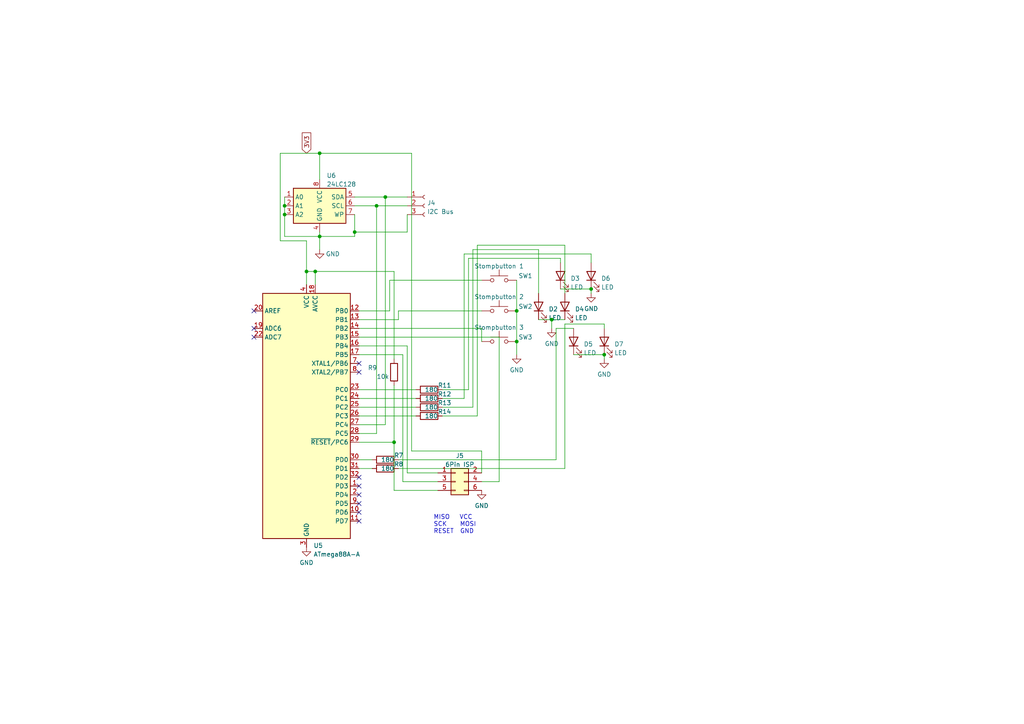
<source format=kicad_sch>
(kicad_sch (version 20230121) (generator eeschema)
  (paper "A4")
  (lib_symbols
    (symbol "Connector:Conn_01x03_Female" (pin_names (offset 1.016) hide)
      (property "Reference" "J" (at 0 5.08 0))
      (property "Value" "Conn_01x03_Female" (at 0 -5.08 0))
      (symbol "Conn_01x03_Female_1_1"
        (arc (start 0 -2.032) (mid -0.5058 -2.54) (end 0 -3.048) (stroke (width 0.1524)))
        (polyline (pts (xy -1.27 -2.54) (xy -0.508 -2.54)) (stroke (width 0.1524)))
        (polyline (pts (xy -1.27 0) (xy -0.508 0)) (stroke (width 0.1524)))
        (polyline (pts (xy -1.27 2.54) (xy -0.508 2.54)) (stroke (width 0.1524)))
        (arc (start 0 0.508) (mid -0.5058 0) (end 0 -0.508) (stroke (width 0.1524)))
        (arc (start 0 3.048) (mid -0.5058 2.54) (end 0 2.032) (stroke (width 0.1524)))
        (pin passive line (at -5.08 2.54 0) (length 3.81) (name "Pin_1") (number "1"))
        (pin passive line (at -5.08 0 0) (length 3.81) (name "Pin_2") (number "2"))
        (pin passive line (at -5.08 -2.54 0) (length 3.81) (name "Pin_3") (number "3"))
      )
    )
    (symbol "Connector_Generic:Conn_02x03_Odd_Even" (pin_names (offset 1.016) hide)
      (property "Reference" "J" (at 1.27 5.08 0))
      (property "Value" "Conn_02x03_Odd_Even" (at 1.27 -5.08 0))
      (symbol "Conn_02x03_Odd_Even_1_1"
        (rectangle (start -1.27 -2.413) (end 0 -2.667) (stroke (width 0.1524)))
        (rectangle (start -1.27 0.127) (end 0 -0.127) (stroke (width 0.1524)))
        (rectangle (start -1.27 2.667) (end 0 2.413) (stroke (width 0.1524)))
        (rectangle (start -1.27 3.81) (end 3.81 -3.81) (stroke (width 0.254)) (fill (type background)))
        (rectangle (start 3.81 -2.413) (end 2.54 -2.667) (stroke (width 0.1524)))
        (rectangle (start 3.81 0.127) (end 2.54 -0.127) (stroke (width 0.1524)))
        (rectangle (start 3.81 2.667) (end 2.54 2.413) (stroke (width 0.1524)))
        (pin passive line (at -5.08 2.54 0) (length 3.81) (name "Pin_1") (number "1"))
        (pin passive line (at 7.62 2.54 180) (length 3.81) (name "Pin_2") (number "2"))
        (pin passive line (at -5.08 0 0) (length 3.81) (name "Pin_3") (number "3"))
        (pin passive line (at 7.62 0 180) (length 3.81) (name "Pin_4") (number "4"))
        (pin passive line (at -5.08 -2.54 0) (length 3.81) (name "Pin_5") (number "5"))
        (pin passive line (at 7.62 -2.54 180) (length 3.81) (name "Pin_6") (number "6"))
      )
    )
    (symbol "Device:LED" (pin_numbers hide) (pin_names (offset 1.016) hide)
      (property "Reference" "D" (at 0 2.54 0))
      (property "Value" "LED" (at 0 -2.54 0))
      (symbol "LED_0_1"
        (polyline (pts (xy -1.27 -1.27) (xy -1.27 1.27)) (stroke (width 0.254)))
        (polyline (pts (xy -1.27 0) (xy 1.27 0)))
        (polyline (pts (xy 1.27 -1.27) (xy 1.27 1.27) (xy -1.27 0) (xy 1.27 -1.27)) (stroke (width 0.254)))
        (polyline (pts (xy -3.048 -0.762) (xy -4.572 -2.286) (xy -3.81 -2.286) (xy -4.572 -2.286) (xy -4.572 -1.524)))
        (polyline (pts (xy -1.778 -0.762) (xy -3.302 -2.286) (xy -2.54 -2.286) (xy -3.302 -2.286) (xy -3.302 -1.524)))
      )
      (symbol "LED_1_1"
        (pin passive line (at -3.81 0 0) (length 2.54) (name "K") (number "1"))
        (pin passive line (at 3.81 0 180) (length 2.54) (name "A") (number "2"))
      )
    )
    (symbol "Device:R" (pin_numbers hide) (pin_names (offset 0))
      (property "Reference" "R" (at 2.032 0 90))
      (property "Value" "R" (at 0 0 90))
      (symbol "R_0_1"
        (rectangle (start -1.016 -2.54) (end 1.016 2.54) (stroke (width 0.254)))
      )
      (symbol "R_1_1"
        (pin passive line (at 0 3.81 270) (length 1.27) (name "~") (number "1"))
        (pin passive line (at 0 -3.81 90) (length 1.27) (name "~") (number "2"))
      )
    )
    (symbol "MCU_Microchip_ATmega:ATmega88A-A"
      (property "Reference" "U" (at -12.7 36.83 0))
      (property "Value" "ATmega88A-A" (at 2.54 -36.83 0))
      (symbol "ATmega88A-A_0_1"
        (rectangle (start -12.7 -35.56) (end 12.7 35.56) (stroke (width 0.254)) (fill (type background)))
      )
      (symbol "ATmega88A-A_1_1"
        (pin bidirectional line (at 15.24 -20.32 180) (length 2.54) (name "PD3") (number "1"))
        (pin bidirectional line (at 15.24 -27.94 180) (length 2.54) (name "PD6") (number "10"))
        (pin bidirectional line (at 15.24 -30.48 180) (length 2.54) (name "PD7") (number "11"))
        (pin bidirectional line (at 15.24 30.48 180) (length 2.54) (name "PB0") (number "12"))
        (pin bidirectional line (at 15.24 27.94 180) (length 2.54) (name "PB1") (number "13"))
        (pin bidirectional line (at 15.24 25.4 180) (length 2.54) (name "PB2") (number "14"))
        (pin bidirectional line (at 15.24 22.86 180) (length 2.54) (name "PB3") (number "15"))
        (pin bidirectional line (at 15.24 20.32 180) (length 2.54) (name "PB4") (number "16"))
        (pin bidirectional line (at 15.24 17.78 180) (length 2.54) (name "PB5") (number "17"))
        (pin power_in line (at 2.54 38.1 270) (length 2.54) (name "AVCC") (number "18"))
        (pin input line (at -15.24 25.4 0) (length 2.54) (name "ADC6") (number "19"))
        (pin bidirectional line (at 15.24 -22.86 180) (length 2.54) (name "PD4") (number "2"))
        (pin passive line (at -15.24 30.48 0) (length 2.54) (name "AREF") (number "20"))
        (pin passive line (at 0 -38.1 90) (length 2.54) hide (name "GND") (number "21"))
        (pin input line (at -15.24 22.86 0) (length 2.54) (name "ADC7") (number "22"))
        (pin bidirectional line (at 15.24 7.62 180) (length 2.54) (name "PC0") (number "23"))
        (pin bidirectional line (at 15.24 5.08 180) (length 2.54) (name "PC1") (number "24"))
        (pin bidirectional line (at 15.24 2.54 180) (length 2.54) (name "PC2") (number "25"))
        (pin bidirectional line (at 15.24 0 180) (length 2.54) (name "PC3") (number "26"))
        (pin bidirectional line (at 15.24 -2.54 180) (length 2.54) (name "PC4") (number "27"))
        (pin bidirectional line (at 15.24 -5.08 180) (length 2.54) (name "PC5") (number "28"))
        (pin bidirectional line (at 15.24 -7.62 180) (length 2.54) (name "~{RESET}/PC6") (number "29"))
        (pin power_in line (at 0 -38.1 90) (length 2.54) (name "GND") (number "3"))
        (pin bidirectional line (at 15.24 -12.7 180) (length 2.54) (name "PD0") (number "30"))
        (pin bidirectional line (at 15.24 -15.24 180) (length 2.54) (name "PD1") (number "31"))
        (pin bidirectional line (at 15.24 -17.78 180) (length 2.54) (name "PD2") (number "32"))
        (pin power_in line (at 0 38.1 270) (length 2.54) (name "VCC") (number "4"))
        (pin passive line (at 0 -38.1 90) (length 2.54) hide (name "GND") (number "5"))
        (pin passive line (at 0 38.1 270) (length 2.54) hide (name "VCC") (number "6"))
        (pin bidirectional line (at 15.24 15.24 180) (length 2.54) (name "XTAL1/PB6") (number "7"))
        (pin bidirectional line (at 15.24 12.7 180) (length 2.54) (name "XTAL2/PB7") (number "8"))
        (pin bidirectional line (at 15.24 -25.4 180) (length 2.54) (name "PD5") (number "9"))
      )
    )
    (symbol "Memory_EEPROM:24LC128"
      (property "Reference" "U" (at -6.35 6.35 0))
      (property "Value" "24LC128" (at 1.27 6.35 0))
      (symbol "24LC128_1_1"
        (rectangle (start -7.62 5.08) (end 7.62 -5.08) (stroke (width 0.254)) (fill (type background)))
        (pin input line (at -10.16 2.54 0) (length 2.54) (name "A0") (number "1"))
        (pin input line (at -10.16 0 0) (length 2.54) (name "A1") (number "2"))
        (pin input line (at -10.16 -2.54 0) (length 2.54) (name "A2") (number "3"))
        (pin power_in line (at 0 -7.62 90) (length 2.54) (name "GND") (number "4"))
        (pin bidirectional line (at 10.16 2.54 180) (length 2.54) (name "SDA") (number "5"))
        (pin input line (at 10.16 0 180) (length 2.54) (name "SCL") (number "6"))
        (pin input line (at 10.16 -2.54 180) (length 2.54) (name "WP") (number "7"))
        (pin power_in line (at 0 7.62 270) (length 2.54) (name "VCC") (number "8"))
      )
    )
    (symbol "Switch:SW_Push" (pin_numbers hide) (pin_names (offset 1.016) hide)
      (property "Reference" "SW" (at 1.27 2.54 0))
      (property "Value" "SW_Push" (at 0 -1.524 0))
      (symbol "SW_Push_0_1"
        (circle (center -2.032 0) (radius 0.508))
        (polyline (pts (xy 0 1.27) (xy 0 3.048)))
        (polyline (pts (xy 2.54 1.27) (xy -2.54 1.27)))
        (circle (center 2.032 0) (radius 0.508))
        (pin passive line (at -5.08 0 0) (length 2.54) (name "1") (number "1"))
        (pin passive line (at 5.08 0 180) (length 2.54) (name "2") (number "2"))
      )
    )
    (symbol "power:GND" (power) (pin_names (offset 0))
      (property "Value" "GND" (at 0 -3.81 0))
      (symbol "GND_0_1"
        (polyline (pts (xy 0 0) (xy 0 -1.27) (xy 1.27 -1.27) (xy 0 -2.54) (xy -1.27 -1.27) (xy 0 -1.27)))
      )
      (symbol "GND_1_1"
        (pin power_in line (at 0 0 270) (length 0) hide (name "GND") (number "1"))
      )
    )
  )
  (junction (at 82.55 59.69))
  (junction (at 114.3 128.27))
  (junction (at 82.55 62.23))
  (junction (at 149.86 99.06))
  (junction (at 88.9 78.74))
  (junction (at 175.26 102.87))
  (junction (at 92.71 68.58))
  (junction (at 149.86 90.17))
  (junction (at 111.76 57.15))
  (junction (at 91.44 78.74))
  (junction (at 102.87 67.31))
  (junction (at 109.22 59.69))
  (junction (at 92.71 44.45))
  (junction (at 160.02 92.71))
  (junction (at 171.45 83.82))
  (no_connect (at 104.14 105.41))
  (no_connect (at 73.66 97.79))
  (no_connect (at 73.66 95.25))
  (no_connect (at 104.14 143.51))
  (no_connect (at 104.14 148.59))
  (no_connect (at 104.14 151.13))
  (no_connect (at 104.14 138.43))
  (no_connect (at 104.14 107.95))
  (no_connect (at 104.14 140.97))
  (no_connect (at 104.14 146.05))
  (no_connect (at 73.66 90.17))
  (wire (pts (xy 104.14 120.65) (xy 120.65 120.65)))
  (wire (pts (xy 104.14 97.79) (xy 144.78 97.79)))
  (wire (pts (xy 144.78 139.7) (xy 139.7 139.7)))
  (wire (pts (xy 102.87 67.31) (xy 118.11 67.31)))
  (wire (pts (xy 138.43 71.12) (xy 138.43 120.65)))
  (wire (pts (xy 92.71 68.58) (xy 92.71 67.31)))
  (wire (pts (xy 111.76 123.19) (xy 111.76 57.15)))
  (wire (pts (xy 135.89 113.03) (xy 135.89 74.93)))
  (wire (pts (xy 81.28 69.85) (xy 81.28 44.45)))
  (wire (pts (xy 104.14 113.03) (xy 120.65 113.03)))
  (wire (pts (xy 102.87 68.58) (xy 92.71 68.58)))
  (wire (pts (xy 135.89 74.93) (xy 162.56 74.93)))
  (wire (pts (xy 160.02 92.71) (xy 163.83 92.71)))
  (wire (pts (xy 139.7 95.25) (xy 139.7 99.06)))
  (wire (pts (xy 114.3 128.27) (xy 114.3 111.76)))
  (wire (pts (xy 134.62 73.66) (xy 171.45 73.66)))
  (wire (pts (xy 127 142.24) (xy 114.3 142.24)))
  (wire (pts (xy 111.76 57.15) (xy 118.11 57.15)))
  (wire (pts (xy 109.22 59.69) (xy 118.11 59.69)))
  (wire (pts (xy 88.9 82.55) (xy 88.9 78.74)))
  (wire (pts (xy 88.9 78.74) (xy 88.9 69.85)))
  (wire (pts (xy 161.29 95.25) (xy 166.37 95.25)))
  (wire (pts (xy 116.84 139.7) (xy 127 139.7)))
  (wire (pts (xy 113.03 90.17) (xy 113.03 81.28)))
  (wire (pts (xy 92.71 44.45) (xy 92.71 52.07)))
  (wire (pts (xy 104.14 102.87) (xy 116.84 102.87)))
  (wire (pts (xy 118.11 100.33) (xy 118.11 137.16)))
  (wire (pts (xy 104.14 135.89) (xy 107.95 135.89)))
  (wire (pts (xy 139.7 137.16) (xy 139.7 130.81)))
  (wire (pts (xy 82.55 59.69) (xy 82.55 62.23)))
  (wire (pts (xy 118.11 137.16) (xy 127 137.16)))
  (wire (pts (xy 139.7 130.81) (xy 119.38 130.81)))
  (wire (pts (xy 116.84 102.87) (xy 116.84 139.7)))
  (wire (pts (xy 175.26 93.98) (xy 163.83 93.98)))
  (wire (pts (xy 115.57 90.17) (xy 139.7 90.17)))
  (wire (pts (xy 91.44 78.74) (xy 114.3 78.74)))
  (wire (pts (xy 115.57 133.35) (xy 161.29 133.35)))
  (wire (pts (xy 128.27 118.11) (xy 137.16 118.11)))
  (wire (pts (xy 149.86 102.87) (xy 149.86 99.06)))
  (wire (pts (xy 104.14 90.17) (xy 113.03 90.17)))
  (wire (pts (xy 118.11 67.31) (xy 118.11 62.23)))
  (wire (pts (xy 166.37 102.87) (xy 175.26 102.87)))
  (wire (pts (xy 163.83 93.98) (xy 163.83 135.89)))
  (wire (pts (xy 109.22 125.73) (xy 109.22 59.69)))
  (wire (pts (xy 91.44 78.74) (xy 88.9 78.74)))
  (wire (pts (xy 175.26 95.25) (xy 175.26 93.98)))
  (wire (pts (xy 113.03 81.28) (xy 139.7 81.28)))
  (wire (pts (xy 162.56 74.93) (xy 162.56 76.2)))
  (wire (pts (xy 175.26 102.87) (xy 175.26 104.14)))
  (wire (pts (xy 82.55 68.58) (xy 82.55 62.23)))
  (wire (pts (xy 138.43 120.65) (xy 128.27 120.65)))
  (wire (pts (xy 144.78 97.79) (xy 144.78 139.7)))
  (wire (pts (xy 115.57 92.71) (xy 115.57 90.17)))
  (wire (pts (xy 128.27 115.57) (xy 134.62 115.57)))
  (wire (pts (xy 102.87 68.58) (xy 102.87 67.31)))
  (wire (pts (xy 137.16 118.11) (xy 137.16 72.39)))
  (wire (pts (xy 92.71 68.58) (xy 92.71 72.39)))
  (wire (pts (xy 81.28 44.45) (xy 92.71 44.45)))
  (wire (pts (xy 119.38 130.81) (xy 119.38 44.45)))
  (wire (pts (xy 109.22 59.69) (xy 102.87 59.69)))
  (wire (pts (xy 102.87 62.23) (xy 102.87 67.31)))
  (wire (pts (xy 156.21 72.39) (xy 156.21 85.09)))
  (wire (pts (xy 104.14 95.25) (xy 139.7 95.25)))
  (wire (pts (xy 104.14 92.71) (xy 115.57 92.71)))
  (wire (pts (xy 162.56 83.82) (xy 171.45 83.82)))
  (wire (pts (xy 111.76 57.15) (xy 102.87 57.15)))
  (wire (pts (xy 119.38 44.45) (xy 92.71 44.45)))
  (wire (pts (xy 163.83 71.12) (xy 138.43 71.12)))
  (wire (pts (xy 91.44 78.74) (xy 91.44 82.55)))
  (wire (pts (xy 104.14 133.35) (xy 107.95 133.35)))
  (wire (pts (xy 104.14 125.73) (xy 109.22 125.73)))
  (wire (pts (xy 149.86 90.17) (xy 149.86 99.06)))
  (wire (pts (xy 104.14 115.57) (xy 120.65 115.57)))
  (wire (pts (xy 104.14 128.27) (xy 114.3 128.27)))
  (wire (pts (xy 104.14 118.11) (xy 120.65 118.11)))
  (wire (pts (xy 163.83 85.09) (xy 163.83 71.12)))
  (wire (pts (xy 137.16 72.39) (xy 156.21 72.39)))
  (wire (pts (xy 114.3 142.24) (xy 114.3 128.27)))
  (wire (pts (xy 92.71 68.58) (xy 82.55 68.58)))
  (wire (pts (xy 104.14 100.33) (xy 118.11 100.33)))
  (wire (pts (xy 160.02 92.71) (xy 160.02 95.25)))
  (wire (pts (xy 134.62 115.57) (xy 134.62 73.66)))
  (wire (pts (xy 171.45 83.82) (xy 171.45 85.09)))
  (wire (pts (xy 115.57 135.89) (xy 163.83 135.89)))
  (wire (pts (xy 149.86 81.28) (xy 149.86 90.17)))
  (wire (pts (xy 171.45 73.66) (xy 171.45 76.2)))
  (wire (pts (xy 156.21 92.71) (xy 160.02 92.71)))
  (wire (pts (xy 82.55 57.15) (xy 82.55 59.69)))
  (wire (pts (xy 161.29 133.35) (xy 161.29 95.25)))
  (wire (pts (xy 128.27 113.03) (xy 135.89 113.03)))
  (wire (pts (xy 104.14 123.19) (xy 111.76 123.19)))
  (wire (pts (xy 88.9 69.85) (xy 81.28 69.85)))
  (wire (pts (xy 114.3 104.14) (xy 114.3 78.74)))
  (text "MISO   VCC\nSCK    MOSI\nRESET  GND" (at 125.73 154.94 0) (effects (font (size 1.27 1.27)) (justify left bottom)))
  (global_label "3V3" (shape input) (at 88.9 44.45 90) (property "Intersheetrefs" "${INTERSHEET_REFS}" (effects hide)))
  (symbol (lib_id "power:GND") (at 149.86 102.87 0) (unit 1)
    (property "Reference" "#PWR020" (effects hide))
    (property "Value" "GND" (at 149.86 107.3134 0))
    (instances (project "mic_extension_board" (path "" (reference "#PWR020") (unit 1)) (path "" (reference "#PWR07") (unit 1))))
  )
  (symbol (lib_id "Switch:SW_Push") (at 144.78 81.28 0) (unit 1)
    (property "Reference" "SW1" (at 152.4 80.01 0))
    (property "Value" "Stompbutton 1" (at 144.78 77.1961 0))
    (property "Footprint" "Connector_PinHeader_2.54mm:PinHeader_1x02_P2.54mm_Vertical" (effects hide))
  )
  (symbol (lib_id "Device:R") (at 124.46 118.11 270) (unit 1)
    (property "Reference" "R13" (at 127 116.84 90) (effects (justify left)))
    (property "Value" "180" (at 123.19 118.11 90) (effects (justify left)))
    (property "Footprint" "Resistor_SMD:R_0603_1608Metric_Pad0.98x0.95mm_HandSolder" (effects hide))
  )
  (symbol (lib_id "Device:R") (at 124.46 113.03 270) (unit 1)
    (property "Reference" "R11" (at 127 111.76 90) (effects (justify left)))
    (property "Value" "180" (at 123.19 113.03 90) (effects (justify left)))
    (property "Footprint" "Resistor_SMD:R_0603_1608Metric_Pad0.98x0.95mm_HandSolder" (effects hide))
  )
  (symbol (lib_id "Device:R") (at 124.46 115.57 270) (unit 1)
    (property "Reference" "R12" (at 127 114.3 90) (effects (justify left)))
    (property "Value" "180" (at 123.19 115.57 90) (effects (justify left)))
    (property "Footprint" "Resistor_SMD:R_0603_1608Metric_Pad0.98x0.95mm_HandSolder" (effects hide))
  )
  (symbol (lib_id "Device:R") (at 111.76 135.89 270) (unit 1)
    (property "Reference" "R8" (at 114.3 134.62 90) (effects (justify left)))
    (property "Value" "180" (at 110.49 135.89 90) (effects (justify left)))
    (property "Footprint" "Resistor_SMD:R_0603_1608Metric_Pad0.98x0.95mm_HandSolder" (effects hide))
  )
  (symbol (lib_id "power:GND") (at 171.45 85.09 0) (unit 1)
    (property "Reference" "#PWR022" (effects hide))
    (property "Value" "GND" (at 171.45 89.5334 0))
    (instances (project "mic_extension_board" (path "" (reference "#PWR022") (unit 1)) (path "" (reference "#PWR09") (unit 1))))
  )
  (symbol (lib_id "Memory_EEPROM:24LC128") (at 92.71 59.69 0) (unit 1)
    (property "Reference" "U6" (at 94.7294 50.9102 0) (effects (justify left)))
    (property "Value" "24LC128" (at 94.7294 53.4471 0) (effects (justify left)))
    (property "Footprint" "Package_SO:SOIC-8_3.9x4.9mm_P1.27mm" (effects hide))
    (property "Datasheet" "http://ww1.microchip.com/downloads/en/DeviceDoc/21191s.pdf" (effects hide))
  )
  (symbol (lib_id "Device:R") (at 111.76 133.35 270) (unit 1)
    (property "Reference" "R7" (at 114.3 132.08 90) (effects (justify left)))
    (property "Value" "180" (at 110.49 133.35 90) (effects (justify left)))
    (property "Footprint" "Resistor_SMD:R_0603_1608Metric_Pad0.98x0.95mm_HandSolder" (effects hide))
  )
  (symbol (lib_id "MCU_Microchip_ATmega:ATmega88A-A") (at 88.9 120.65 0) (unit 1)
    (property "Reference" "U5" (at 90.9194 158.2404 0) (effects (justify left)))
    (property "Value" "ATmega88A-A" (at 90.9194 160.7773 0) (effects (justify left)))
    (property "Footprint" "Package_QFP:TQFP-32_7x7mm_P0.8mm" (effects hide))
    (property "Datasheet" "http://ww1.microchip.com/downloads/en/DeviceDoc/ATmega48A_88A_168A-Data-Sheet-40002007A.pdf" (effects hide))
  )
  (symbol (lib_id "Device:LED") (at 156.21 88.9 90) (unit 1)
    (property "Reference" "D2" (at 159.131 89.6528 90) (effects (justify right)))
    (property "Value" "LED" (at 159.131 92.1897 90) (effects (justify right)))
    (property "Footprint" "Connector_PinHeader_2.54mm:PinHeader_1x02_P2.54mm_Vertical" (effects hide))
  )
  (symbol (lib_id "Switch:SW_Push") (at 144.78 90.17 0) (unit 1)
    (property "Reference" "SW2" (at 152.4 88.9 0))
    (property "Value" "Stompbutton 2" (at 144.78 86.0861 0))
    (property "Footprint" "Connector_PinHeader_2.54mm:PinHeader_1x02_P2.54mm_Vertical" (effects hide))
  )
  (symbol (lib_id "power:GND") (at 160.02 95.25 0) (unit 1)
    (property "Reference" "#PWR021" (effects hide))
    (property "Value" "GND" (at 160.02 99.6934 0))
    (instances (project "mic_extension_board" (path "" (reference "#PWR021") (unit 1)) (path "" (reference "#PWR08") (unit 1))))
  )
  (symbol (lib_id "Device:R") (at 114.3 107.95 0) (unit 1)
    (property "Reference" "R9" (at 106.68 106.68 0) (effects (justify left)))
    (property "Value" "10k" (at 109.22 109.22 0) (effects (justify left)))
    (property "Footprint" "Resistor_SMD:R_0603_1608Metric_Pad0.98x0.95mm_HandSolder" (effects hide))
  )
  (symbol (lib_id "Device:LED") (at 175.26 99.06 90) (unit 1)
    (property "Reference" "D7" (at 178.181 99.8128 90) (effects (justify right)))
    (property "Value" "LED" (at 178.181 102.3497 90) (effects (justify right)))
    (property "Footprint" "Connector_PinHeader_2.54mm:PinHeader_1x02_P2.54mm_Vertical" (effects hide))
  )
  (symbol (lib_id "Device:LED") (at 162.56 80.01 90) (unit 1)
    (property "Reference" "D3" (at 165.481 80.7628 90) (effects (justify right)))
    (property "Value" "LED" (at 165.481 83.2997 90) (effects (justify right)))
    (property "Footprint" "Connector_PinHeader_2.54mm:PinHeader_1x02_P2.54mm_Vertical" (effects hide))
  )
  (symbol (lib_id "power:GND") (at 139.7 142.24 0) (unit 1)
    (property "Reference" "#PWR019" (effects hide))
    (property "Value" "GND" (at 139.7 146.6834 0))
    (instances (project "mic_extension_board" (path "" (reference "#PWR019") (unit 1)) (path "" (reference "#PWR05") (unit 1))))
  )
  (symbol (lib_id "Connector_Generic:Conn_02x03_Odd_Even") (at 132.08 139.7 0) (unit 1)
    (property "Reference" "J5" (at 133.35 132.1902 0))
    (property "Value" "6Pin ISP" (at 133.35 134.7271 0))
    (property "Footprint" "Connector_PinHeader_2.54mm:PinHeader_2x03_P2.54mm_Vertical" (effects hide))
  )
  (symbol (lib_id "power:GND") (at 88.9 158.75 0) (unit 1)
    (property "Reference" "#PWR012" (effects hide))
    (property "Value" "GND" (at 88.9 163.1934 0))
    (instances (project "mic_extension_board" (path "" (reference "#PWR012") (unit 1)) (path "" (reference "#PWR03") (unit 1))))
  )
  (symbol (lib_id "Switch:SW_Push") (at 144.78 99.06 0) (unit 1)
    (property "Reference" "SW3" (at 152.4 97.79 0))
    (property "Value" "Stompbutton 3" (at 144.78 94.9761 0))
    (property "Footprint" "Connector_PinHeader_2.54mm:PinHeader_1x02_P2.54mm_Vertical" (effects hide))
  )
  (symbol (lib_id "power:GND") (at 175.26 104.14 0) (unit 1)
    (property "Reference" "#PWR023" (effects hide))
    (property "Value" "GND" (at 175.26 108.5834 0))
    (instances (project "mic_extension_board" (path "" (reference "#PWR023") (unit 1)) (path "" (reference "#PWR010") (unit 1))))
  )
  (symbol (lib_id "Device:LED") (at 163.83 88.9 90) (unit 1)
    (property "Reference" "D4" (at 166.751 89.6528 90) (effects (justify right)))
    (property "Value" "LED" (at 166.751 92.1897 90) (effects (justify right)))
    (property "Footprint" "Connector_PinHeader_2.54mm:PinHeader_1x02_P2.54mm_Vertical" (effects hide))
  )
  (symbol (lib_id "Device:LED") (at 171.45 80.01 90) (unit 1)
    (property "Reference" "D6" (at 174.371 80.7628 90) (effects (justify right)))
    (property "Value" "LED" (at 174.371 83.2997 90) (effects (justify right)))
    (property "Footprint" "Connector_PinHeader_2.54mm:PinHeader_1x02_P2.54mm_Vertical" (effects hide))
  )
  (symbol (lib_id "Device:LED") (at 166.37 99.06 90) (unit 1)
    (property "Reference" "D5" (at 169.291 99.8128 90) (effects (justify right)))
    (property "Value" "LED" (at 169.291 102.3497 90) (effects (justify right)))
    (property "Footprint" "Connector_PinHeader_2.54mm:PinHeader_1x02_P2.54mm_Vertical" (effects hide))
  )
  (symbol (lib_id "Device:R") (at 124.46 120.65 270) (unit 1)
    (property "Reference" "R14" (at 127 119.38 90) (effects (justify left)))
    (property "Value" "180" (at 123.19 120.65 90) (effects (justify left)))
    (property "Footprint" "Resistor_SMD:R_0603_1608Metric_Pad0.98x0.95mm_HandSolder" (effects hide))
  )
  (symbol (lib_id "power:GND") (at 92.71 72.39 0) (unit 1)
    (property "Reference" "#PWR013" (effects hide))
    (property "Value" "GND" (at 96.52 73.66 0))
    (instances (project "mic_extension_board" (path "" (reference "#PWR013") (unit 1)) (path "" (reference "#PWR04") (unit 1))))
  )
  (symbol (lib_id "Connector:Conn_01x03_Female") (at 123.19 59.69 0) (unit 1)
    (property "Reference" "J4" (at 123.9012 58.8553 0) (effects (justify left)))
    (property "Value" "I2C Bus" (at 123.9012 61.3922 0) (effects (justify left)))
    (property "Footprint" "Connector_PinHeader_2.54mm:PinHeader_1x03_P2.54mm_Vertical" (effects hide))
  )
)
</source>
